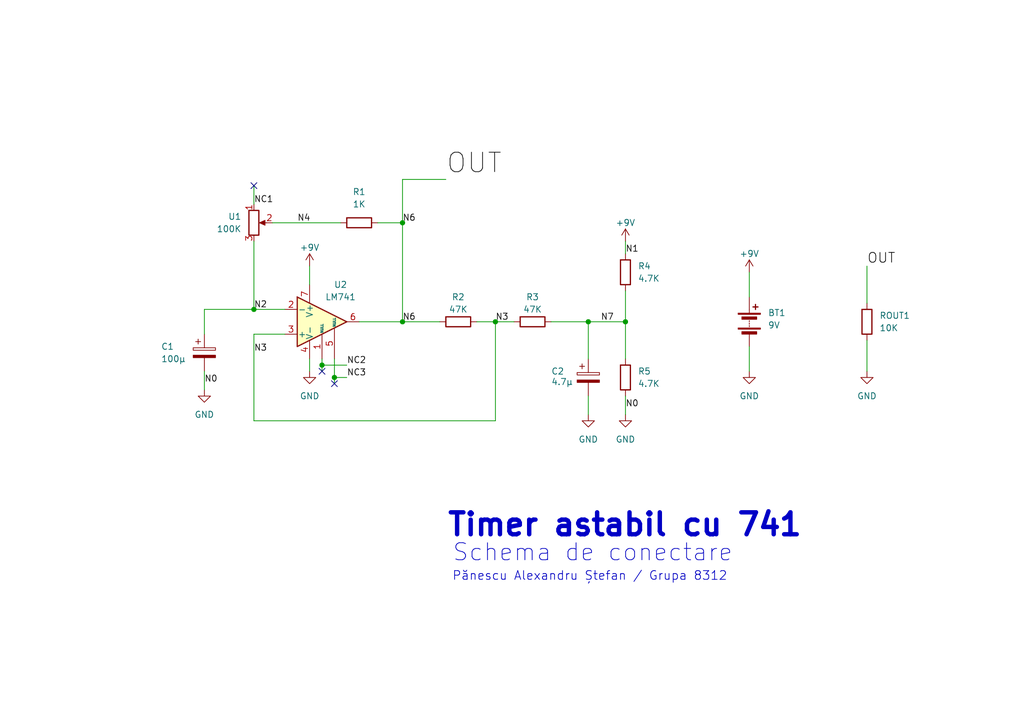
<source format=kicad_sch>
(kicad_sch (version 20230121) (generator eeschema)

  (uuid 6222397b-9372-4d13-a187-8e1331165753)

  (paper "A5")

  (lib_symbols
    (symbol "Amplifier_Operational:LM741" (pin_names (offset 0.127)) (in_bom yes) (on_board yes)
      (property "Reference" "U1" (at 3.81 7.62 0)
        (effects (font (size 1.27 1.27)))
      )
      (property "Value" "LM741" (at 3.81 5.08 0)
        (effects (font (size 1.27 1.27)))
      )
      (property "Footprint" "" (at 1.27 1.27 0)
        (effects (font (size 1.27 1.27)) hide)
      )
      (property "Datasheet" "http://www.ti.com/lit/ds/symlink/lm741.pdf" (at 3.81 3.81 0)
        (effects (font (size 1.27 1.27)) hide)
      )
      (property "ki_keywords" "single opamp" (at 0 0 0)
        (effects (font (size 1.27 1.27)) hide)
      )
      (property "ki_description" "Operational Amplifier, DIP-8/TO-99-8" (at 0 0 0)
        (effects (font (size 1.27 1.27)) hide)
      )
      (property "ki_fp_filters" "SOIC*3.9x4.9mm*P1.27mm* DIP*W7.62mm* TSSOP*3x3mm*P0.65mm*" (at 0 0 0)
        (effects (font (size 1.27 1.27)) hide)
      )
      (symbol "LM741_0_1"
        (polyline
          (pts
            (xy -5.08 5.08)
            (xy 5.08 0)
            (xy -5.08 -5.08)
            (xy -5.08 5.08)
          )
          (stroke (width 0.254) (type default))
          (fill (type background))
        )
      )
      (symbol "LM741_1_1"
        (pin input line (at 0 -7.62 90) (length 5.08)
          (name "NULL" (effects (font (size 0.508 0.508))))
          (number "1" (effects (font (size 1.27 1.27))))
        )
        (pin input line (at -7.62 2.54 0) (length 2.54)
          (name "-" (effects (font (size 1.27 1.27))))
          (number "2" (effects (font (size 1.27 1.27))))
        )
        (pin input line (at -7.62 -2.54 0) (length 2.54)
          (name "+" (effects (font (size 1.27 1.27))))
          (number "3" (effects (font (size 1.27 1.27))))
        )
        (pin power_in line (at -2.54 -7.62 90) (length 3.81)
          (name "V-" (effects (font (size 1.27 1.27))))
          (number "4" (effects (font (size 1.27 1.27))))
        )
        (pin input line (at 2.54 -7.62 90) (length 6.35)
          (name "NULL" (effects (font (size 0.508 0.508))))
          (number "5" (effects (font (size 1.27 1.27))))
        )
        (pin output line (at 7.62 0 180) (length 2.54)
          (name "~" (effects (font (size 1.27 1.27))))
          (number "6" (effects (font (size 1.27 1.27))))
        )
        (pin power_in line (at -2.54 7.62 270) (length 3.81)
          (name "V+" (effects (font (size 1.27 1.27))))
          (number "7" (effects (font (size 1.27 1.27))))
        )
        (pin no_connect line (at 0 2.54 270) (length 2.54) hide
          (name "NC" (effects (font (size 1.27 1.27))))
          (number "8" (effects (font (size 1.27 1.27))))
        )
      )
    )
    (symbol "Device:Battery" (pin_numbers hide) (pin_names (offset 0) hide) (in_bom yes) (on_board yes)
      (property "Reference" "BT" (at 2.54 2.54 0)
        (effects (font (size 1.27 1.27)) (justify left))
      )
      (property "Value" "Battery" (at 2.54 0 0)
        (effects (font (size 1.27 1.27)) (justify left))
      )
      (property "Footprint" "" (at 0 1.524 90)
        (effects (font (size 1.27 1.27)) hide)
      )
      (property "Datasheet" "~" (at 0 1.524 90)
        (effects (font (size 1.27 1.27)) hide)
      )
      (property "ki_keywords" "batt voltage-source cell" (at 0 0 0)
        (effects (font (size 1.27 1.27)) hide)
      )
      (property "ki_description" "Multiple-cell battery" (at 0 0 0)
        (effects (font (size 1.27 1.27)) hide)
      )
      (symbol "Battery_0_1"
        (rectangle (start -2.286 -1.27) (end 2.286 -1.524)
          (stroke (width 0) (type default))
          (fill (type outline))
        )
        (rectangle (start -2.286 1.778) (end 2.286 1.524)
          (stroke (width 0) (type default))
          (fill (type outline))
        )
        (rectangle (start -1.524 -2.032) (end 1.524 -2.54)
          (stroke (width 0) (type default))
          (fill (type outline))
        )
        (rectangle (start -1.524 1.016) (end 1.524 0.508)
          (stroke (width 0) (type default))
          (fill (type outline))
        )
        (polyline
          (pts
            (xy 0 -1.016)
            (xy 0 -0.762)
          )
          (stroke (width 0) (type default))
          (fill (type none))
        )
        (polyline
          (pts
            (xy 0 -0.508)
            (xy 0 -0.254)
          )
          (stroke (width 0) (type default))
          (fill (type none))
        )
        (polyline
          (pts
            (xy 0 0)
            (xy 0 0.254)
          )
          (stroke (width 0) (type default))
          (fill (type none))
        )
        (polyline
          (pts
            (xy 0 1.778)
            (xy 0 2.54)
          )
          (stroke (width 0) (type default))
          (fill (type none))
        )
        (polyline
          (pts
            (xy 0.762 3.048)
            (xy 1.778 3.048)
          )
          (stroke (width 0.254) (type default))
          (fill (type none))
        )
        (polyline
          (pts
            (xy 1.27 3.556)
            (xy 1.27 2.54)
          )
          (stroke (width 0.254) (type default))
          (fill (type none))
        )
      )
      (symbol "Battery_1_1"
        (pin passive line (at 0 5.08 270) (length 2.54)
          (name "+" (effects (font (size 1.27 1.27))))
          (number "1" (effects (font (size 1.27 1.27))))
        )
        (pin passive line (at 0 -5.08 90) (length 2.54)
          (name "-" (effects (font (size 1.27 1.27))))
          (number "2" (effects (font (size 1.27 1.27))))
        )
      )
    )
    (symbol "Device:C_Polarized" (pin_numbers hide) (pin_names (offset 0.254)) (in_bom yes) (on_board yes)
      (property "Reference" "C" (at 0.635 2.54 0)
        (effects (font (size 1.27 1.27)) (justify left))
      )
      (property "Value" "C_Polarized" (at 0.635 -2.54 0)
        (effects (font (size 1.27 1.27)) (justify left))
      )
      (property "Footprint" "" (at 0.9652 -3.81 0)
        (effects (font (size 1.27 1.27)) hide)
      )
      (property "Datasheet" "~" (at 0 0 0)
        (effects (font (size 1.27 1.27)) hide)
      )
      (property "ki_keywords" "cap capacitor" (at 0 0 0)
        (effects (font (size 1.27 1.27)) hide)
      )
      (property "ki_description" "Polarized capacitor" (at 0 0 0)
        (effects (font (size 1.27 1.27)) hide)
      )
      (property "ki_fp_filters" "CP_*" (at 0 0 0)
        (effects (font (size 1.27 1.27)) hide)
      )
      (symbol "C_Polarized_0_1"
        (rectangle (start -2.286 0.508) (end 2.286 1.016)
          (stroke (width 0) (type default))
          (fill (type none))
        )
        (polyline
          (pts
            (xy -1.778 2.286)
            (xy -0.762 2.286)
          )
          (stroke (width 0) (type default))
          (fill (type none))
        )
        (polyline
          (pts
            (xy -1.27 2.794)
            (xy -1.27 1.778)
          )
          (stroke (width 0) (type default))
          (fill (type none))
        )
        (rectangle (start 2.286 -0.508) (end -2.286 -1.016)
          (stroke (width 0) (type default))
          (fill (type outline))
        )
      )
      (symbol "C_Polarized_1_1"
        (pin passive line (at 0 3.81 270) (length 2.794)
          (name "~" (effects (font (size 1.27 1.27))))
          (number "1" (effects (font (size 1.27 1.27))))
        )
        (pin passive line (at 0 -3.81 90) (length 2.794)
          (name "~" (effects (font (size 1.27 1.27))))
          (number "2" (effects (font (size 1.27 1.27))))
        )
      )
    )
    (symbol "Device:R" (pin_numbers hide) (pin_names (offset 0)) (in_bom yes) (on_board yes)
      (property "Reference" "R" (at 2.032 0 90)
        (effects (font (size 1.27 1.27)))
      )
      (property "Value" "R" (at 0 0 90)
        (effects (font (size 1.27 1.27)))
      )
      (property "Footprint" "" (at -1.778 0 90)
        (effects (font (size 1.27 1.27)) hide)
      )
      (property "Datasheet" "~" (at 0 0 0)
        (effects (font (size 1.27 1.27)) hide)
      )
      (property "ki_keywords" "R res resistor" (at 0 0 0)
        (effects (font (size 1.27 1.27)) hide)
      )
      (property "ki_description" "Resistor" (at 0 0 0)
        (effects (font (size 1.27 1.27)) hide)
      )
      (property "ki_fp_filters" "R_*" (at 0 0 0)
        (effects (font (size 1.27 1.27)) hide)
      )
      (symbol "R_0_1"
        (rectangle (start -1.016 -2.54) (end 1.016 2.54)
          (stroke (width 0.254) (type default))
          (fill (type none))
        )
      )
      (symbol "R_1_1"
        (pin passive line (at 0 3.81 270) (length 1.27)
          (name "~" (effects (font (size 1.27 1.27))))
          (number "1" (effects (font (size 1.27 1.27))))
        )
        (pin passive line (at 0 -3.81 90) (length 1.27)
          (name "~" (effects (font (size 1.27 1.27))))
          (number "2" (effects (font (size 1.27 1.27))))
        )
      )
    )
    (symbol "Device:R_Potentiometer" (pin_names (offset 1.016) hide) (in_bom yes) (on_board yes)
      (property "Reference" "RV" (at -4.445 0 90)
        (effects (font (size 1.27 1.27)))
      )
      (property "Value" "R_Potentiometer" (at -2.54 0 90)
        (effects (font (size 1.27 1.27)))
      )
      (property "Footprint" "" (at 0 0 0)
        (effects (font (size 1.27 1.27)) hide)
      )
      (property "Datasheet" "~" (at 0 0 0)
        (effects (font (size 1.27 1.27)) hide)
      )
      (property "ki_keywords" "resistor variable" (at 0 0 0)
        (effects (font (size 1.27 1.27)) hide)
      )
      (property "ki_description" "Potentiometer" (at 0 0 0)
        (effects (font (size 1.27 1.27)) hide)
      )
      (property "ki_fp_filters" "Potentiometer*" (at 0 0 0)
        (effects (font (size 1.27 1.27)) hide)
      )
      (symbol "R_Potentiometer_0_1"
        (polyline
          (pts
            (xy 2.54 0)
            (xy 1.524 0)
          )
          (stroke (width 0) (type default))
          (fill (type none))
        )
        (polyline
          (pts
            (xy 1.143 0)
            (xy 2.286 0.508)
            (xy 2.286 -0.508)
            (xy 1.143 0)
          )
          (stroke (width 0) (type default))
          (fill (type outline))
        )
        (rectangle (start 1.016 2.54) (end -1.016 -2.54)
          (stroke (width 0.254) (type default))
          (fill (type none))
        )
      )
      (symbol "R_Potentiometer_1_1"
        (pin passive line (at 0 3.81 270) (length 1.27)
          (name "1" (effects (font (size 1.27 1.27))))
          (number "1" (effects (font (size 1.27 1.27))))
        )
        (pin passive line (at 3.81 0 180) (length 1.27)
          (name "2" (effects (font (size 1.27 1.27))))
          (number "2" (effects (font (size 1.27 1.27))))
        )
        (pin passive line (at 0 -3.81 90) (length 1.27)
          (name "3" (effects (font (size 1.27 1.27))))
          (number "3" (effects (font (size 1.27 1.27))))
        )
      )
    )
    (symbol "power:+9V" (power) (pin_names (offset 0)) (in_bom yes) (on_board yes)
      (property "Reference" "#PWR" (at 0 -3.81 0)
        (effects (font (size 1.27 1.27)) hide)
      )
      (property "Value" "+9V" (at 0 3.556 0)
        (effects (font (size 1.27 1.27)))
      )
      (property "Footprint" "" (at 0 0 0)
        (effects (font (size 1.27 1.27)) hide)
      )
      (property "Datasheet" "" (at 0 0 0)
        (effects (font (size 1.27 1.27)) hide)
      )
      (property "ki_keywords" "global power" (at 0 0 0)
        (effects (font (size 1.27 1.27)) hide)
      )
      (property "ki_description" "Power symbol creates a global label with name \"+9V\"" (at 0 0 0)
        (effects (font (size 1.27 1.27)) hide)
      )
      (symbol "+9V_0_1"
        (polyline
          (pts
            (xy -0.762 1.27)
            (xy 0 2.54)
          )
          (stroke (width 0) (type default))
          (fill (type none))
        )
        (polyline
          (pts
            (xy 0 0)
            (xy 0 2.54)
          )
          (stroke (width 0) (type default))
          (fill (type none))
        )
        (polyline
          (pts
            (xy 0 2.54)
            (xy 0.762 1.27)
          )
          (stroke (width 0) (type default))
          (fill (type none))
        )
      )
      (symbol "+9V_1_1"
        (pin power_in line (at 0 0 90) (length 0) hide
          (name "+9V" (effects (font (size 1.27 1.27))))
          (number "1" (effects (font (size 1.27 1.27))))
        )
      )
    )
    (symbol "power:GND" (power) (pin_names (offset 0)) (in_bom yes) (on_board yes)
      (property "Reference" "#PWR" (at 0 -6.35 0)
        (effects (font (size 1.27 1.27)) hide)
      )
      (property "Value" "GND" (at 0 -3.81 0)
        (effects (font (size 1.27 1.27)))
      )
      (property "Footprint" "" (at 0 0 0)
        (effects (font (size 1.27 1.27)) hide)
      )
      (property "Datasheet" "" (at 0 0 0)
        (effects (font (size 1.27 1.27)) hide)
      )
      (property "ki_keywords" "global power" (at 0 0 0)
        (effects (font (size 1.27 1.27)) hide)
      )
      (property "ki_description" "Power symbol creates a global label with name \"GND\" , ground" (at 0 0 0)
        (effects (font (size 1.27 1.27)) hide)
      )
      (symbol "GND_0_1"
        (polyline
          (pts
            (xy 0 0)
            (xy 0 -1.27)
            (xy 1.27 -1.27)
            (xy 0 -2.54)
            (xy -1.27 -1.27)
            (xy 0 -1.27)
          )
          (stroke (width 0) (type default))
          (fill (type none))
        )
      )
      (symbol "GND_1_1"
        (pin power_in line (at 0 0 270) (length 0) hide
          (name "GND" (effects (font (size 1.27 1.27))))
          (number "1" (effects (font (size 1.27 1.27))))
        )
      )
    )
  )

  (junction (at 66.04 74.93) (diameter 0) (color 0 0 0 0)
    (uuid 4e313e34-19a7-4b1d-b66c-ea9cd8e23f68)
  )
  (junction (at 128.27 66.04) (diameter 0) (color 0 0 0 0)
    (uuid 597f66bb-cf72-46b8-b273-8c4d73b699f1)
  )
  (junction (at 68.58 77.47) (diameter 0) (color 0 0 0 0)
    (uuid 83d4b530-9873-4d4a-aec7-eabda810fb0c)
  )
  (junction (at 101.6 66.04) (diameter 0) (color 0 0 0 0)
    (uuid a1f0c5a4-ef67-4a81-8cb7-68538b19510b)
  )
  (junction (at 52.07 63.5) (diameter 0) (color 0 0 0 0)
    (uuid a99e3ead-1a0b-4805-9caa-087a2b5c7a06)
  )
  (junction (at 120.65 66.04) (diameter 0) (color 0 0 0 0)
    (uuid c64d542f-6e64-4374-94c4-f8553ca33977)
  )
  (junction (at 82.55 66.04) (diameter 0) (color 0 0 0 0)
    (uuid c9c3b2a2-92fa-4dbc-a037-a5f1b96b5c23)
  )
  (junction (at 82.55 45.72) (diameter 0) (color 0 0 0 0)
    (uuid d3aa57ea-3d3c-40d0-98b3-c5fbad822a8b)
  )

  (no_connect (at 68.58 78.74) (uuid 4a30db04-13fe-4b91-889d-29163074e526))
  (no_connect (at 66.04 76.2) (uuid ae719ad1-e16d-4a63-86c2-e3cca9277ef5))
  (no_connect (at 52.07 38.1) (uuid bbed63e1-a3da-4721-a79f-e9b30ab4dd79))

  (wire (pts (xy 120.65 66.04) (xy 128.27 66.04))
    (stroke (width 0) (type default))
    (uuid 00c45089-0dfa-4306-a9c0-ac84ee95ae60)
  )
  (wire (pts (xy 71.12 77.47) (xy 68.58 77.47))
    (stroke (width 0) (type default))
    (uuid 0d712540-199c-486a-b458-74b42a243640)
  )
  (wire (pts (xy 82.55 45.72) (xy 77.47 45.72))
    (stroke (width 0) (type default))
    (uuid 13c53153-ea9a-40d0-9c1f-74882441e372)
  )
  (wire (pts (xy 82.55 45.72) (xy 82.55 36.83))
    (stroke (width 0) (type default))
    (uuid 1659317e-8a29-4adf-ac3b-f1d74d273665)
  )
  (wire (pts (xy 113.03 66.04) (xy 120.65 66.04))
    (stroke (width 0) (type default))
    (uuid 19c89ec3-509b-48f0-b217-d96e433f817c)
  )
  (wire (pts (xy 52.07 68.58) (xy 52.07 86.36))
    (stroke (width 0) (type default))
    (uuid 365d367b-4857-4500-8a78-fee8f909e6a7)
  )
  (wire (pts (xy 101.6 66.04) (xy 97.79 66.04))
    (stroke (width 0) (type default))
    (uuid 4f39ee7b-1f95-4bd2-8d39-adbce587e706)
  )
  (wire (pts (xy 101.6 86.36) (xy 101.6 66.04))
    (stroke (width 0) (type default))
    (uuid 5964b387-310b-4877-bc65-0b5fbb7b6cc3)
  )
  (wire (pts (xy 71.12 74.93) (xy 66.04 74.93))
    (stroke (width 0) (type default))
    (uuid 5c56b99e-60e3-4d56-a232-7f78bb7650a0)
  )
  (wire (pts (xy 128.27 81.28) (xy 128.27 85.09))
    (stroke (width 0) (type default))
    (uuid 687b7ade-c787-4374-94b6-bd17675fe8c8)
  )
  (wire (pts (xy 58.42 68.58) (xy 52.07 68.58))
    (stroke (width 0) (type default))
    (uuid 7e7383f0-57fc-4240-9caf-b011923f87c8)
  )
  (wire (pts (xy 52.07 49.53) (xy 52.07 63.5))
    (stroke (width 0) (type default))
    (uuid 840a38c5-a336-403c-83f7-2c8f9fcbd075)
  )
  (wire (pts (xy 153.67 71.12) (xy 153.67 76.2))
    (stroke (width 0) (type default))
    (uuid 8451ab39-8587-4fab-9412-5b16f0a26836)
  )
  (wire (pts (xy 73.66 66.04) (xy 82.55 66.04))
    (stroke (width 0) (type default))
    (uuid 8ad577b7-7525-4abe-bcc5-5b14851b3cbc)
  )
  (wire (pts (xy 105.41 66.04) (xy 101.6 66.04))
    (stroke (width 0) (type default))
    (uuid 8b9fab66-eb12-47f4-ad1f-48e4f5361441)
  )
  (wire (pts (xy 52.07 63.5) (xy 58.42 63.5))
    (stroke (width 0) (type default))
    (uuid 8ea2f7ee-cf08-4fe5-951b-9f12f9b7a179)
  )
  (wire (pts (xy 41.91 63.5) (xy 41.91 68.58))
    (stroke (width 0) (type default))
    (uuid 8fa3fa3a-d9a9-4706-9f12-88db0efc90e7)
  )
  (wire (pts (xy 177.8 69.85) (xy 177.8 76.2))
    (stroke (width 0) (type default))
    (uuid 98c893a7-c18d-49cb-9af2-9540b42db7ed)
  )
  (wire (pts (xy 68.58 77.47) (xy 68.58 73.66))
    (stroke (width 0) (type default))
    (uuid 999b4db4-ec30-4bbf-88cd-95e3417e28b0)
  )
  (wire (pts (xy 52.07 38.1) (xy 52.07 41.91))
    (stroke (width 0) (type default))
    (uuid 9bee831d-9fc4-40b5-8ac7-9afed72b3f60)
  )
  (wire (pts (xy 68.58 78.74) (xy 68.58 77.47))
    (stroke (width 0) (type default))
    (uuid 9efeb3a4-f357-4d57-a468-2e694572c144)
  )
  (wire (pts (xy 41.91 63.5) (xy 52.07 63.5))
    (stroke (width 0) (type default))
    (uuid a72dfe61-afb8-4642-8e70-23e24e5d5020)
  )
  (wire (pts (xy 41.91 76.2) (xy 41.91 80.01))
    (stroke (width 0) (type default))
    (uuid a9bb4564-bc23-4f08-859a-2d7044043777)
  )
  (wire (pts (xy 120.65 66.04) (xy 120.65 73.66))
    (stroke (width 0) (type default))
    (uuid abd143b1-73c4-4b8a-96e9-4064110aa3f9)
  )
  (wire (pts (xy 82.55 36.83) (xy 91.44 36.83))
    (stroke (width 0) (type default))
    (uuid b55cd0f8-1857-4c7f-9efd-df566ffa9d6c)
  )
  (wire (pts (xy 120.65 81.28) (xy 120.65 85.09))
    (stroke (width 0) (type default))
    (uuid bd370699-d04f-48ff-96bc-432f9af2462c)
  )
  (wire (pts (xy 66.04 74.93) (xy 66.04 73.66))
    (stroke (width 0) (type default))
    (uuid bd7f0dd9-f9e5-41df-a0b7-04d56af4639a)
  )
  (wire (pts (xy 63.5 76.2) (xy 63.5 73.66))
    (stroke (width 0) (type default))
    (uuid c148eae8-a6c1-4213-bcb6-fcea2d88c959)
  )
  (wire (pts (xy 69.85 45.72) (xy 55.88 45.72))
    (stroke (width 0) (type default))
    (uuid d4646d93-1d66-4aa6-a93d-d4b2b57ab9bd)
  )
  (wire (pts (xy 63.5 54.61) (xy 63.5 58.42))
    (stroke (width 0) (type default))
    (uuid d6d98965-8390-49f0-8929-db3f0ec9e069)
  )
  (wire (pts (xy 66.04 76.2) (xy 66.04 74.93))
    (stroke (width 0) (type default))
    (uuid d96d4256-dd06-4af2-bc02-ffb2c39f0062)
  )
  (wire (pts (xy 82.55 66.04) (xy 90.17 66.04))
    (stroke (width 0) (type default))
    (uuid dd3804f4-8664-4f5e-9e6b-b333c2221a1c)
  )
  (wire (pts (xy 82.55 45.72) (xy 82.55 66.04))
    (stroke (width 0) (type default))
    (uuid e16eaee1-42b9-4827-a285-63660e47f25a)
  )
  (wire (pts (xy 128.27 66.04) (xy 128.27 59.69))
    (stroke (width 0) (type default))
    (uuid e5937db4-c589-4068-9888-26ca1c16bd8d)
  )
  (wire (pts (xy 153.67 55.88) (xy 153.67 60.96))
    (stroke (width 0) (type default))
    (uuid e7f20067-ea4f-4d40-b492-bdfcd7f9360e)
  )
  (wire (pts (xy 52.07 86.36) (xy 101.6 86.36))
    (stroke (width 0) (type default))
    (uuid ec1867d4-1672-490f-b00c-276eb0f704de)
  )
  (wire (pts (xy 128.27 66.04) (xy 128.27 73.66))
    (stroke (width 0) (type default))
    (uuid f430e14d-7884-4294-b7f8-3401611c2bb0)
  )
  (wire (pts (xy 177.8 54.61) (xy 177.8 62.23))
    (stroke (width 0) (type default))
    (uuid f7b33c36-1a7c-45cf-bc53-cd1331252296)
  )
  (wire (pts (xy 128.27 49.53) (xy 128.27 52.07))
    (stroke (width 0) (type default))
    (uuid f8bcc5be-e8bd-4904-b45c-6d0bdde6c4b6)
  )

  (text "Schema de conectare" (at 92.71 115.57 0)
    (effects (font (size 3.5 3.5)) (justify left bottom))
    (uuid 023048cd-0386-41d8-9dcb-a4bf91a75bc6)
  )
  (text "Pănescu Alexandru Ștefan / Grupa 8312" (at 92.71 119.38 0)
    (effects (font (size 1.8 1.8)) (justify left bottom))
    (uuid a9feb154-ca44-41d4-b4c5-9bb84438e237)
  )
  (text "Timer astabil cu 741" (at 91.44 110.49 0)
    (effects (font (size 4.5 4.5) (thickness 0.9) bold) (justify left bottom))
    (uuid c4b57be8-9f84-4f2d-88aa-6c3631aeb115)
  )

  (label "N7" (at 123.19 66.04 0) (fields_autoplaced)
    (effects (font (size 1.27 1.27)) (justify left bottom))
    (uuid 209f281f-4bd8-4f82-a425-020c87f4cffa)
  )
  (label "NC2" (at 71.12 74.93 0) (fields_autoplaced)
    (effects (font (size 1.27 1.27)) (justify left bottom))
    (uuid 38a4b633-49ed-4cee-9e84-20c7a376d9c6)
  )
  (label "OUT" (at 91.44 36.83 0) (fields_autoplaced)
    (effects (font (size 4 4)) (justify left bottom))
    (uuid 5351b2a1-3554-4b20-bb3a-f2bdd37e1355)
  )
  (label "N3" (at 52.07 72.39 0) (fields_autoplaced)
    (effects (font (size 1.27 1.27)) (justify left bottom))
    (uuid 5726cb1d-f250-4398-9e0f-6a98863d3f3b)
  )
  (label "N0" (at 41.91 78.74 0) (fields_autoplaced)
    (effects (font (size 1.27 1.27)) (justify left bottom))
    (uuid 6003ad9d-9269-452f-bcae-6456d61d6697)
  )
  (label "N1" (at 128.27 52.07 0) (fields_autoplaced)
    (effects (font (size 1.27 1.27)) (justify left bottom))
    (uuid 719e15fb-810d-43cc-a149-6b534dd317ca)
  )
  (label "N3" (at 101.6 66.04 0) (fields_autoplaced)
    (effects (font (size 1.27 1.27)) (justify left bottom))
    (uuid 791ce2a7-63bc-473a-b7be-7055626d1144)
  )
  (label "NC1" (at 52.07 41.91 0) (fields_autoplaced)
    (effects (font (size 1.27 1.27)) (justify left bottom))
    (uuid 8adb01ef-3368-4961-9e45-ae9438a60ce3)
  )
  (label "N2" (at 52.07 63.5 0) (fields_autoplaced)
    (effects (font (size 1.27 1.27)) (justify left bottom))
    (uuid a0203000-a9a4-490a-bb76-414c23ed0592)
  )
  (label "N6" (at 82.55 66.04 0) (fields_autoplaced)
    (effects (font (size 1.27 1.27)) (justify left bottom))
    (uuid ae1420fc-da9c-4974-a184-1aac67661111)
  )
  (label "OUT" (at 177.8 54.61 0) (fields_autoplaced)
    (effects (font (size 2 2)) (justify left bottom))
    (uuid bdd9dd94-7ba3-4dba-88cf-7b39709ca0de)
  )
  (label "N4" (at 60.96 45.72 0) (fields_autoplaced)
    (effects (font (size 1.27 1.27)) (justify left bottom))
    (uuid ce99f9da-1275-44b0-b7cb-2e10ab04b29d)
  )
  (label "N0" (at 128.27 83.82 0) (fields_autoplaced)
    (effects (font (size 1.27 1.27)) (justify left bottom))
    (uuid ea75322d-22f0-44f2-b363-7e498479d4ab)
  )
  (label "NC3" (at 71.12 77.47 0) (fields_autoplaced)
    (effects (font (size 1.27 1.27)) (justify left bottom))
    (uuid f5414a9f-350d-4b79-b830-760c4735c610)
  )
  (label "N6" (at 82.55 45.72 0) (fields_autoplaced)
    (effects (font (size 1.27 1.27)) (justify left bottom))
    (uuid fed77082-a264-44e8-9130-57f51ab2e554)
  )

  (symbol (lib_id "power:GND") (at 177.8 76.2 0) (unit 1)
    (in_bom yes) (on_board yes) (dnp no) (fields_autoplaced)
    (uuid 1069ac0f-769f-456a-955c-bd2c2357902e)
    (property "Reference" "#PWR09" (at 177.8 82.55 0)
      (effects (font (size 1.27 1.27)) hide)
    )
    (property "Value" "GND" (at 177.8 81.28 0)
      (effects (font (size 1.27 1.27)))
    )
    (property "Footprint" "" (at 177.8 76.2 0)
      (effects (font (size 1.27 1.27)) hide)
    )
    (property "Datasheet" "" (at 177.8 76.2 0)
      (effects (font (size 1.27 1.27)) hide)
    )
    (pin "1" (uuid e99ce57b-07b0-48a0-b457-c887ac634c82))
    (instances
      (project "Timer astabil cu 741"
        (path "/6222397b-9372-4d13-a187-8e1331165753"
          (reference "#PWR09") (unit 1)
        )
      )
    )
  )

  (symbol (lib_id "power:+9V") (at 63.5 54.61 0) (unit 1)
    (in_bom yes) (on_board yes) (dnp no)
    (uuid 1b254b14-cd87-4d9e-a9c2-f3b99137ad2f)
    (property "Reference" "#PWR02" (at 63.5 58.42 0)
      (effects (font (size 1.27 1.27)) hide)
    )
    (property "Value" "+9V" (at 63.5 50.8 0)
      (effects (font (size 1.27 1.27)))
    )
    (property "Footprint" "" (at 63.5 54.61 0)
      (effects (font (size 1.27 1.27)) hide)
    )
    (property "Datasheet" "" (at 63.5 54.61 0)
      (effects (font (size 1.27 1.27)) hide)
    )
    (pin "1" (uuid 4f4762ce-04a9-40d0-875f-cfd826214ec8))
    (instances
      (project "Timer astabil cu 741"
        (path "/6222397b-9372-4d13-a187-8e1331165753"
          (reference "#PWR02") (unit 1)
        )
      )
    )
  )

  (symbol (lib_id "power:GND") (at 41.91 80.01 0) (unit 1)
    (in_bom yes) (on_board yes) (dnp no) (fields_autoplaced)
    (uuid 39a349f8-a30c-48a2-b2aa-10e9bbed594d)
    (property "Reference" "#PWR01" (at 41.91 86.36 0)
      (effects (font (size 1.27 1.27)) hide)
    )
    (property "Value" "GND" (at 41.91 85.09 0)
      (effects (font (size 1.27 1.27)))
    )
    (property "Footprint" "" (at 41.91 80.01 0)
      (effects (font (size 1.27 1.27)) hide)
    )
    (property "Datasheet" "" (at 41.91 80.01 0)
      (effects (font (size 1.27 1.27)) hide)
    )
    (pin "1" (uuid 3b38882a-0c52-4457-893a-7fdde79e73f8))
    (instances
      (project "Timer astabil cu 741"
        (path "/6222397b-9372-4d13-a187-8e1331165753"
          (reference "#PWR01") (unit 1)
        )
      )
    )
  )

  (symbol (lib_id "power:GND") (at 128.27 85.09 0) (unit 1)
    (in_bom yes) (on_board yes) (dnp no) (fields_autoplaced)
    (uuid 42ef3c96-a22b-4ec3-a6f3-d31398d1a234)
    (property "Reference" "#PWR06" (at 128.27 91.44 0)
      (effects (font (size 1.27 1.27)) hide)
    )
    (property "Value" "GND" (at 128.27 90.17 0)
      (effects (font (size 1.27 1.27)))
    )
    (property "Footprint" "" (at 128.27 85.09 0)
      (effects (font (size 1.27 1.27)) hide)
    )
    (property "Datasheet" "" (at 128.27 85.09 0)
      (effects (font (size 1.27 1.27)) hide)
    )
    (pin "1" (uuid bb4cb493-3e5b-44a9-b69d-6c8205d19570))
    (instances
      (project "Timer astabil cu 741"
        (path "/6222397b-9372-4d13-a187-8e1331165753"
          (reference "#PWR06") (unit 1)
        )
      )
    )
  )

  (symbol (lib_id "Device:R") (at 128.27 77.47 0) (unit 1)
    (in_bom yes) (on_board yes) (dnp no)
    (uuid 4481bc4c-b1e0-4c1c-a093-3d0c025a5474)
    (property "Reference" "R5" (at 130.81 76.2 0)
      (effects (font (size 1.27 1.27)) (justify left))
    )
    (property "Value" "4.7K" (at 130.81 78.74 0)
      (effects (font (size 1.27 1.27)) (justify left))
    )
    (property "Footprint" "Resistor_THT:R_Axial_DIN0411_L9.9mm_D3.6mm_P15.24mm_Horizontal" (at 126.492 77.47 90)
      (effects (font (size 1.27 1.27)) hide)
    )
    (property "Datasheet" "https://ro.farnell.com/multicomp/mf50-4k7/res-4k7-1-500mw-axial-metal-film/dp/9340629" (at 128.27 77.47 0)
      (effects (font (size 1.27 1.27)) hide)
    )
    (pin "1" (uuid 54ab0d1a-6620-4c4a-acad-6cba9073b421))
    (pin "2" (uuid 02024475-2efa-4d5b-8135-5895d02e219e))
    (instances
      (project "Timer astabil cu 741"
        (path "/6222397b-9372-4d13-a187-8e1331165753"
          (reference "R5") (unit 1)
        )
      )
    )
  )

  (symbol (lib_id "Device:R_Potentiometer") (at 52.07 45.72 0) (unit 1)
    (in_bom yes) (on_board yes) (dnp no) (fields_autoplaced)
    (uuid 4912c8f9-5354-42b4-ab3e-fdc1200e1f76)
    (property "Reference" "U1" (at 49.53 44.45 0)
      (effects (font (size 1.27 1.27)) (justify right))
    )
    (property "Value" "100K" (at 49.53 46.99 0)
      (effects (font (size 1.27 1.27)) (justify right))
    )
    (property "Footprint" "Potentiometer_THT:Potentiometer_Piher_PC-16_Single_Horizontal" (at 52.07 45.72 0)
      (effects (font (size 1.27 1.27)) hide)
    )
    (property "Datasheet" "https://www.tme.eu/ro/details/6pmo-100k/poten-axi-cu-pis-de-car-si-tura-uni/piher/pc-16-sh10ip06-100kb/?brutto=1&currency=RON&gad_source=1&gclid=CjwKCAiA-vOsBhAAEiwAIWR0TXI4Eu8x7gRH2eHeLWValCVOB7fPxzP0sWgGdke95jOZJuoNKD0WpBoCj7UQAvD_BwE" (at 52.07 45.72 0)
      (effects (font (size 1.27 1.27)) hide)
    )
    (property "Sim.Device" "SUBCKT" (at 52.07 45.72 0)
      (effects (font (size 1.27 1.27)) hide)
    )
    (property "Sim.Pins" "1=1 2=2 3=3" (at 52.07 45.72 0)
      (effects (font (size 1.27 1.27)) hide)
    )
    (property "Sim.Library" "D:\\potentiometer.sub" (at 52.07 45.72 0)
      (effects (font (size 1.27 1.27)) hide)
    )
    (property "Sim.Name" "potentiometer" (at 52.07 45.72 0)
      (effects (font (size 1.27 1.27)) hide)
    )
    (pin "1" (uuid 598103e2-d2f6-485c-8dda-772cf0e316f3))
    (pin "2" (uuid 8bc2594a-0280-495c-9fe7-c784407970e7))
    (pin "3" (uuid a2348050-9866-4edc-b9f7-3c2a3763588b))
    (instances
      (project "Timer astabil cu 741"
        (path "/6222397b-9372-4d13-a187-8e1331165753"
          (reference "U1") (unit 1)
        )
      )
    )
  )

  (symbol (lib_id "Amplifier_Operational:LM741") (at 66.04 66.04 0) (unit 1)
    (in_bom yes) (on_board yes) (dnp no)
    (uuid 4b6126ca-113f-4ad5-8831-5b2343d18d21)
    (property "Reference" "U2" (at 69.85 58.42 0)
      (effects (font (size 1.27 1.27)))
    )
    (property "Value" "LM741" (at 69.85 60.96 0)
      (effects (font (size 1.27 1.27)))
    )
    (property "Footprint" "Package_DIP:DIP-8_W7.62mm" (at 67.31 64.77 0)
      (effects (font (size 1.27 1.27)) hide)
    )
    (property "Datasheet" "https://ro.farnell.com/texas-instruments/lm741cn-nopb/ic-op-amp-compensated-dip8-741/dp/3117118?st=lm741" (at 69.85 62.23 0)
      (effects (font (size 1.27 1.27)) hide)
    )
    (property "Sim.Library" "lm741.lib" (at 66.04 66.04 0)
      (effects (font (size 1.27 1.27)) hide)
    )
    (property "Sim.Name" "LM741" (at 66.04 66.04 0)
      (effects (font (size 1.27 1.27)) hide)
    )
    (property "Sim.Device" "SUBCKT" (at 66.04 66.04 0)
      (effects (font (size 1.27 1.27)) hide)
    )
    (property "Sim.Pins" "2=2 3=1 4=99 5=50 6=28" (at 66.04 66.04 0)
      (effects (font (size 1.27 1.27)) hide)
    )
    (pin "1" (uuid 462f92b7-5bac-47f5-877d-45be4ca6a545))
    (pin "2" (uuid ee90ed6d-23bd-4ac7-910c-2847b2174ec5))
    (pin "3" (uuid c4ed8cd8-f56c-45a3-9248-d90d6c420a95))
    (pin "4" (uuid aabe456c-a771-4018-baf6-d4d6d328fba6))
    (pin "5" (uuid bd7333e5-c4a4-4575-981e-527e4aca004d))
    (pin "6" (uuid fafd5e5d-c598-4927-ab90-f708da4b1d20))
    (pin "7" (uuid 9f851340-34c5-4d13-af24-e0903d4c41fe))
    (pin "8" (uuid 9df3224e-fbb1-4760-9418-776e78145c08))
    (instances
      (project "Timer astabil cu 741"
        (path "/6222397b-9372-4d13-a187-8e1331165753"
          (reference "U2") (unit 1)
        )
      )
    )
  )

  (symbol (lib_id "Device:R") (at 73.66 45.72 90) (unit 1)
    (in_bom yes) (on_board yes) (dnp no) (fields_autoplaced)
    (uuid 4b998ac5-fb1d-4d76-8ed6-118b331c0b58)
    (property "Reference" "R1" (at 73.66 39.37 90)
      (effects (font (size 1.27 1.27)))
    )
    (property "Value" "1K" (at 73.66 41.91 90)
      (effects (font (size 1.27 1.27)))
    )
    (property "Footprint" "Resistor_THT:R_Axial_DIN0411_L9.9mm_D3.6mm_P15.24mm_Horizontal" (at 73.66 47.498 90)
      (effects (font (size 1.27 1.27)) hide)
    )
    (property "Datasheet" "https://ro.farnell.com/multicomp/mf50-1k/res-1k-1-500mw-axial-metal-film/dp/9339779" (at 73.66 45.72 0)
      (effects (font (size 1.27 1.27)) hide)
    )
    (pin "1" (uuid d23ce1ba-c0c0-4669-afa9-e340a44d2d74))
    (pin "2" (uuid fb0a6f6e-0a9e-4d92-99d5-d07fa468006e))
    (instances
      (project "Timer astabil cu 741"
        (path "/6222397b-9372-4d13-a187-8e1331165753"
          (reference "R1") (unit 1)
        )
      )
    )
  )

  (symbol (lib_id "power:+9V") (at 128.27 49.53 0) (unit 1)
    (in_bom yes) (on_board yes) (dnp no)
    (uuid 4c0375cb-7850-40e3-ad2d-337cb88c0184)
    (property "Reference" "#PWR05" (at 128.27 53.34 0)
      (effects (font (size 1.27 1.27)) hide)
    )
    (property "Value" "+9V" (at 128.27 45.72 0)
      (effects (font (size 1.27 1.27)))
    )
    (property "Footprint" "" (at 128.27 49.53 0)
      (effects (font (size 1.27 1.27)) hide)
    )
    (property "Datasheet" "" (at 128.27 49.53 0)
      (effects (font (size 1.27 1.27)) hide)
    )
    (pin "1" (uuid d88796cc-323d-4c99-bf02-67b864c90373))
    (instances
      (project "Timer astabil cu 741"
        (path "/6222397b-9372-4d13-a187-8e1331165753"
          (reference "#PWR05") (unit 1)
        )
      )
    )
  )

  (symbol (lib_id "Device:C_Polarized") (at 120.65 77.47 0) (unit 1)
    (in_bom yes) (on_board yes) (dnp no)
    (uuid 5a3cf2ea-a53b-4779-bdd7-cf8fe4e5b08b)
    (property "Reference" "C2" (at 113.03 76.2 0)
      (effects (font (size 1.27 1.27)) (justify left))
    )
    (property "Value" "4.7μ" (at 113.03 78.359 0)
      (effects (font (size 1.27 1.27)) (justify left))
    )
    (property "Footprint" "Capacitor_THT:CP_Radial_D5.0mm_P2.00mm" (at 121.6152 81.28 0)
      (effects (font (size 1.27 1.27)) hide)
    )
    (property "Datasheet" "https://ro.farnell.com/nichicon/ukl1h4r7kddanatd/cap-4-7-f-50v-10/dp/2841902" (at 120.65 77.47 0)
      (effects (font (size 1.27 1.27)) hide)
    )
    (pin "1" (uuid 0820be84-0fec-4327-ae2e-aa90dfc7cb34))
    (pin "2" (uuid 47a6315c-a76b-4a95-a2a4-c51125d2df77))
    (instances
      (project "Timer astabil cu 741"
        (path "/6222397b-9372-4d13-a187-8e1331165753"
          (reference "C2") (unit 1)
        )
      )
    )
  )

  (symbol (lib_id "power:GND") (at 120.65 85.09 0) (unit 1)
    (in_bom yes) (on_board yes) (dnp no) (fields_autoplaced)
    (uuid 646ecb9c-8ce0-4529-aebe-f51f342f064f)
    (property "Reference" "#PWR04" (at 120.65 91.44 0)
      (effects (font (size 1.27 1.27)) hide)
    )
    (property "Value" "GND" (at 120.65 90.17 0)
      (effects (font (size 1.27 1.27)))
    )
    (property "Footprint" "" (at 120.65 85.09 0)
      (effects (font (size 1.27 1.27)) hide)
    )
    (property "Datasheet" "" (at 120.65 85.09 0)
      (effects (font (size 1.27 1.27)) hide)
    )
    (pin "1" (uuid 4b3d8bf5-1bf3-423e-aafd-b7e8a9f27cf6))
    (instances
      (project "Timer astabil cu 741"
        (path "/6222397b-9372-4d13-a187-8e1331165753"
          (reference "#PWR04") (unit 1)
        )
      )
    )
  )

  (symbol (lib_id "power:GND") (at 153.67 76.2 0) (unit 1)
    (in_bom yes) (on_board yes) (dnp no) (fields_autoplaced)
    (uuid 759bd245-ab27-4c5d-b888-7036407ab255)
    (property "Reference" "#PWR08" (at 153.67 82.55 0)
      (effects (font (size 1.27 1.27)) hide)
    )
    (property "Value" "GND" (at 153.67 81.28 0)
      (effects (font (size 1.27 1.27)))
    )
    (property "Footprint" "" (at 153.67 76.2 0)
      (effects (font (size 1.27 1.27)) hide)
    )
    (property "Datasheet" "" (at 153.67 76.2 0)
      (effects (font (size 1.27 1.27)) hide)
    )
    (pin "1" (uuid a6e766e5-bb44-4fb5-91a5-85ba74d3684a))
    (instances
      (project "Timer astabil cu 741"
        (path "/6222397b-9372-4d13-a187-8e1331165753"
          (reference "#PWR08") (unit 1)
        )
      )
    )
  )

  (symbol (lib_id "Device:Battery") (at 153.67 66.04 0) (unit 1)
    (in_bom yes) (on_board yes) (dnp no) (fields_autoplaced)
    (uuid 8960491a-d753-4104-93d5-ac7e9c78bc3c)
    (property "Reference" "BT1" (at 157.48 64.1985 0)
      (effects (font (size 1.27 1.27)) (justify left))
    )
    (property "Value" "9V" (at 157.48 66.7385 0)
      (effects (font (size 1.27 1.27)) (justify left))
    )
    (property "Footprint" "Battery:BatteryHolder_MPD_BA9VPC_1xPP3" (at 153.67 64.516 90)
      (effects (font (size 1.27 1.27)) hide)
    )
    (property "Datasheet" "~" (at 153.67 64.516 90)
      (effects (font (size 1.27 1.27)) hide)
    )
    (property "Sim.Device" "V" (at 153.67 66.04 0)
      (effects (font (size 1.27 1.27)) hide)
    )
    (property "Sim.Type" "DC" (at 153.67 66.04 0)
      (effects (font (size 1.27 1.27)) hide)
    )
    (property "Sim.Pins" "1=+ 2=-" (at 153.67 66.04 0)
      (effects (font (size 1.27 1.27)) hide)
    )
    (property "Sim.Params" "dc=9" (at 153.67 66.04 0)
      (effects (font (size 1.27 1.27)) hide)
    )
    (pin "1" (uuid 0a900abb-69de-4bba-981b-272400f2ca12))
    (pin "2" (uuid 5c5836cb-12a7-4ca3-8c07-40c11ffbfbca))
    (instances
      (project "Timer astabil cu 741"
        (path "/6222397b-9372-4d13-a187-8e1331165753"
          (reference "BT1") (unit 1)
        )
      )
    )
  )

  (symbol (lib_id "Device:C_Polarized") (at 41.91 72.39 0) (unit 1)
    (in_bom yes) (on_board yes) (dnp no)
    (uuid a9175494-2660-4053-bfc6-d47322f9781b)
    (property "Reference" "C1" (at 33.02 71.12 0)
      (effects (font (size 1.27 1.27)) (justify left))
    )
    (property "Value" "100μ" (at 33.02 73.66 0)
      (effects (font (size 1.27 1.27)) (justify left))
    )
    (property "Footprint" "Capacitor_THT:CP_Radial_D8.0mm_P3.50mm" (at 42.8752 76.2 0)
      (effects (font (size 1.27 1.27)) hide)
    )
    (property "Datasheet" "https://ro.farnell.com/nichicon/ukl1e101kpdanatd/aluminum-electrolytic-capacitor/dp/1823691?st=nichicon+100uf" (at 41.91 72.39 0)
      (effects (font (size 1.27 1.27)) hide)
    )
    (pin "1" (uuid 0fe6121e-8bcc-42d2-b029-d30a96a408d5))
    (pin "2" (uuid 9b48ca7c-af8c-4ce0-a311-810c2e0e70de))
    (instances
      (project "Timer astabil cu 741"
        (path "/6222397b-9372-4d13-a187-8e1331165753"
          (reference "C1") (unit 1)
        )
      )
    )
  )

  (symbol (lib_id "Device:R") (at 177.8 66.04 0) (unit 1)
    (in_bom yes) (on_board yes) (dnp no) (fields_autoplaced)
    (uuid c2a6b64c-229f-4d2a-b254-87d5db04870b)
    (property "Reference" "ROUT1" (at 180.34 64.77 0)
      (effects (font (size 1.27 1.27)) (justify left))
    )
    (property "Value" "10K" (at 180.34 67.31 0)
      (effects (font (size 1.27 1.27)) (justify left))
    )
    (property "Footprint" "Connector_PinHeader_1.27mm:PinHeader_1x02_P1.27mm_Horizontal" (at 176.022 66.04 90)
      (effects (font (size 1.27 1.27)) hide)
    )
    (property "Datasheet" "https://ro.farnell.com/amp-te-connectivity/640456-2/header-vertical-0-1-2way/dp/588570?st=2%20pin%20header" (at 177.8 66.04 0)
      (effects (font (size 1.27 1.27)) hide)
    )
    (pin "1" (uuid 65c52f88-7eb2-4e5d-bcae-467b0d9084e8))
    (pin "2" (uuid fba1db39-9b95-4a3f-9f33-53601a9c8b79))
    (instances
      (project "Timer astabil cu 741"
        (path "/6222397b-9372-4d13-a187-8e1331165753"
          (reference "ROUT1") (unit 1)
        )
      )
    )
  )

  (symbol (lib_id "power:GND") (at 63.5 76.2 0) (unit 1)
    (in_bom yes) (on_board yes) (dnp no) (fields_autoplaced)
    (uuid de5208df-d88d-4d5f-a20e-d6989350f136)
    (property "Reference" "#PWR03" (at 63.5 82.55 0)
      (effects (font (size 1.27 1.27)) hide)
    )
    (property "Value" "GND" (at 63.5 81.28 0)
      (effects (font (size 1.27 1.27)))
    )
    (property "Footprint" "" (at 63.5 76.2 0)
      (effects (font (size 1.27 1.27)) hide)
    )
    (property "Datasheet" "" (at 63.5 76.2 0)
      (effects (font (size 1.27 1.27)) hide)
    )
    (pin "1" (uuid cbc5ab1c-ce51-44ce-9b8a-7ff5a03fcbb3))
    (instances
      (project "Timer astabil cu 741"
        (path "/6222397b-9372-4d13-a187-8e1331165753"
          (reference "#PWR03") (unit 1)
        )
      )
    )
  )

  (symbol (lib_id "Device:R") (at 109.22 66.04 90) (unit 1)
    (in_bom yes) (on_board yes) (dnp no)
    (uuid e826d1c4-a040-46bf-abb6-af00353ebd1f)
    (property "Reference" "R3" (at 109.22 60.96 90)
      (effects (font (size 1.27 1.27)))
    )
    (property "Value" "47K" (at 109.22 63.5 90)
      (effects (font (size 1.27 1.27)))
    )
    (property "Footprint" "Resistor_THT:R_Axial_DIN0411_L9.9mm_D3.6mm_P15.24mm_Horizontal" (at 109.22 67.818 90)
      (effects (font (size 1.27 1.27)) hide)
    )
    (property "Datasheet" "https://ro.farnell.com/multicomp/mf50-47k/res-47k-1-500mw-axial-metal-film/dp/9340637" (at 109.22 66.04 0)
      (effects (font (size 1.27 1.27)) hide)
    )
    (pin "1" (uuid ce3259e2-4e80-4746-9646-6a126a58943c))
    (pin "2" (uuid 6b9bd33e-a570-42c8-bab3-16025c7b3666))
    (instances
      (project "Timer astabil cu 741"
        (path "/6222397b-9372-4d13-a187-8e1331165753"
          (reference "R3") (unit 1)
        )
      )
    )
  )

  (symbol (lib_id "power:+9V") (at 153.67 55.88 0) (unit 1)
    (in_bom yes) (on_board yes) (dnp no)
    (uuid ee8ec8e5-6629-45ca-9942-b5c2044dc628)
    (property "Reference" "#PWR07" (at 153.67 59.69 0)
      (effects (font (size 1.27 1.27)) hide)
    )
    (property "Value" "+9V" (at 153.67 52.07 0)
      (effects (font (size 1.27 1.27)))
    )
    (property "Footprint" "" (at 153.67 55.88 0)
      (effects (font (size 1.27 1.27)) hide)
    )
    (property "Datasheet" "" (at 153.67 55.88 0)
      (effects (font (size 1.27 1.27)) hide)
    )
    (pin "1" (uuid cbcf4476-cbb0-40c9-b3f8-0d14b6b9df7e))
    (instances
      (project "Timer astabil cu 741"
        (path "/6222397b-9372-4d13-a187-8e1331165753"
          (reference "#PWR07") (unit 1)
        )
      )
    )
  )

  (symbol (lib_id "Device:R") (at 128.27 55.88 0) (unit 1)
    (in_bom yes) (on_board yes) (dnp no)
    (uuid f0309f8a-5ff7-4219-bd75-ffefac01bf8e)
    (property "Reference" "R4" (at 130.81 54.61 0)
      (effects (font (size 1.27 1.27)) (justify left))
    )
    (property "Value" "4.7K" (at 130.81 57.15 0)
      (effects (font (size 1.27 1.27)) (justify left))
    )
    (property "Footprint" "Resistor_THT:R_Axial_DIN0411_L9.9mm_D3.6mm_P15.24mm_Horizontal" (at 126.492 55.88 90)
      (effects (font (size 1.27 1.27)) hide)
    )
    (property "Datasheet" "https://ro.farnell.com/multicomp/mf50-4k7/res-4k7-1-500mw-axial-metal-film/dp/9340629" (at 128.27 55.88 0)
      (effects (font (size 1.27 1.27)) hide)
    )
    (pin "1" (uuid 72791e89-eeaf-403f-8a4e-f834adccdb88))
    (pin "2" (uuid 4366c951-688d-4c63-945b-163ef8f84d34))
    (instances
      (project "Timer astabil cu 741"
        (path "/6222397b-9372-4d13-a187-8e1331165753"
          (reference "R4") (unit 1)
        )
      )
    )
  )

  (symbol (lib_id "Device:R") (at 93.98 66.04 90) (unit 1)
    (in_bom yes) (on_board yes) (dnp no)
    (uuid fe0b3618-0ad7-47f5-885c-7d664d379fed)
    (property "Reference" "R2" (at 93.98 60.96 90)
      (effects (font (size 1.27 1.27)))
    )
    (property "Value" "47K" (at 93.98 63.5 90)
      (effects (font (size 1.27 1.27)))
    )
    (property "Footprint" "Resistor_THT:R_Axial_DIN0411_L9.9mm_D3.6mm_P15.24mm_Horizontal" (at 93.98 67.818 90)
      (effects (font (size 1.27 1.27)) hide)
    )
    (property "Datasheet" "https://ro.farnell.com/multicomp/mf50-47k/res-47k-1-500mw-axial-metal-film/dp/9340637" (at 93.98 66.04 0)
      (effects (font (size 1.27 1.27)) hide)
    )
    (pin "1" (uuid b260c94c-15dd-42c6-97de-d34bd81f0786))
    (pin "2" (uuid 2db9d802-e629-47f8-8fbf-596afdd1afaa))
    (instances
      (project "Timer astabil cu 741"
        (path "/6222397b-9372-4d13-a187-8e1331165753"
          (reference "R2") (unit 1)
        )
      )
    )
  )

  (sheet_instances
    (path "/" (page "1"))
  )
)

</source>
